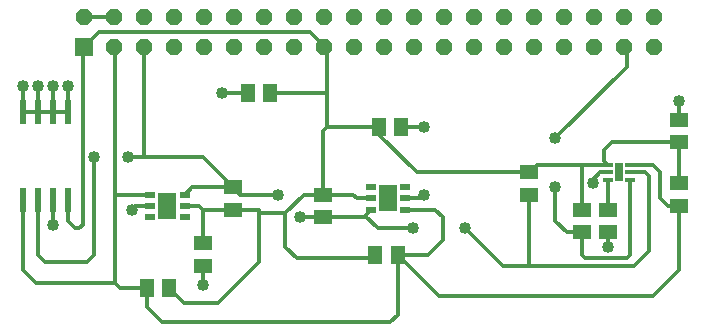
<source format=gtl>
G04 DipTrace 3.0.0.2*
G04 hobo.gtl*
%MOIN*%
G04 #@! TF.FileFunction,Copper,L1,Top*
G04 #@! TF.Part,Single*
%AMOUTLINE0*5,1,8,0,0,0.06,-22.499559*%
G04 #@! TA.AperFunction,Conductor*
%ADD14C,0.012992*%
%ADD17R,0.059055X0.051181*%
%ADD18R,0.051181X0.059055*%
%ADD19R,0.023622X0.07874*%
%ADD21R,0.033465X0.019685*%
%ADD22R,0.062992X0.086614*%
G04 #@! TA.AperFunction,ComponentPad*
%ADD24R,0.06X0.06*%
%ADD28R,0.033465X0.01378*%
%ADD29R,0.025591X0.059055*%
G04 #@! TA.AperFunction,ViaPad*
%ADD30C,0.04*%
G04 #@! TA.AperFunction,ComponentPad*
%ADD59OUTLINE0*%
%FSLAX26Y26*%
G04*
G70*
G90*
G75*
G01*
G04 Top*
%LPD*%
X1118701Y731201D2*
D14*
Y843701D1*
X1106102Y856299D1*
X1057874D1*
X1218701Y843701D2*
X1118701D1*
X1006201Y581201D2*
X1056201Y531201D1*
X1168701D1*
X1306201Y668701D1*
Y833131D1*
Y843701D1*
X1218701D1*
X1518701Y893701D2*
X1618701D1*
X1631201Y881201D1*
X1679429D1*
X1679528Y881102D1*
X1518701Y893701D2*
X1456201D1*
X1393701Y831201D1*
Y718701D1*
X1431201Y681201D1*
X1681201D1*
X1693701Y693701D1*
X668701Y877362D2*
Y806201D1*
X693701Y781201D1*
X706201D1*
X718701Y793701D1*
Y1382480D1*
X723228Y1387008D1*
X1706201Y1118701D2*
X1531201D1*
Y1231201D1*
Y1379035D1*
X1523228Y1387008D1*
X1518701Y893701D2*
Y1106201D1*
X1531201Y1118701D1*
X1523228Y1387008D2*
Y1389173D1*
X1474950Y1437451D1*
X773672D1*
X723228Y1387008D1*
X2468701Y993701D2*
X2381201D1*
X2231398D1*
X2206201Y968504D1*
X2706201Y931004D2*
Y1068701D1*
X2381201Y843504D2*
Y993701D1*
X2206201Y968504D2*
X1831398D1*
X1706201Y1093701D1*
Y1118701D1*
X1306201Y833131D2*
X1393701Y831201D1*
X2706201Y1068701D2*
X2481201D1*
X2456201Y1043701D1*
Y1006201D1*
X2468701Y993701D1*
X1343701Y1231201D2*
X1531201D1*
X723228Y1487008D2*
X823228D1*
X518701Y1168701D2*
X568701D1*
X618701D1*
X668701D1*
X518701D2*
Y1256201D1*
X568701Y1168701D2*
Y1256201D1*
X618701Y1168701D2*
Y1256201D1*
X668701Y1168701D2*
Y1256201D1*
X618701Y877362D2*
Y793701D1*
X1118701Y656398D2*
Y593701D1*
X1793701Y881102D2*
X1843602D1*
X1856201Y893701D1*
X943701Y856299D2*
X893799D1*
X881201Y843701D1*
X1781004Y1118701D2*
X1856201D1*
X2468701Y968110D2*
X2443110D1*
X2418701Y943701D1*
Y931201D1*
X2706201Y1143504D2*
Y1206201D1*
X2468701Y768701D2*
Y718701D1*
X1268898Y1231201D2*
X1181201D1*
X2381201Y768701D2*
Y693701D1*
X2393701Y681201D1*
X2531201D1*
X2543701Y693701D1*
Y942323D1*
X2543504Y942520D1*
X2381201Y768701D2*
X2331201D1*
X2293701Y806201D1*
Y918701D1*
Y1081201D2*
X2531201Y1318701D1*
Y1379035D1*
X2523228Y1387008D1*
X2468701Y843504D2*
Y942520D1*
X1218701Y918504D2*
X1082677D1*
X1057874Y893701D1*
X568701Y877362D2*
Y693701D1*
X593701Y668701D1*
X731201D1*
X756201Y693701D1*
Y1018701D1*
X868701D2*
X923228D1*
X1118504D1*
X1218701Y918504D1*
X923228Y1387008D2*
Y1018701D1*
X1518701Y818898D2*
X1654724D1*
X1659396Y823570D1*
X1679528Y843701D1*
X1518701Y818898D2*
X1443504D1*
X1368701Y893701D2*
X1243504D1*
X1218701Y918504D1*
X2543504Y968110D2*
X2594291D1*
X2606201Y956201D1*
Y706201D1*
X2556201Y656201D1*
X2206201D1*
X2118701D1*
X1993701Y781201D1*
X1818701D2*
X1701765D1*
X1659396Y823570D1*
X2206201Y893701D2*
Y656201D1*
X931398Y581201D2*
X843701D1*
X824950Y599951D1*
Y893701D1*
X943701D1*
X824950D2*
Y1385286D1*
X823228Y1387008D1*
X518701Y877362D2*
Y643701D1*
X562450Y599951D1*
X824950D1*
X1768504Y693701D2*
X1868701D1*
X1918701Y743701D1*
Y818701D1*
X1893701Y843701D1*
X1793701D1*
X1768504Y693701D2*
Y493504D1*
X1743701Y468701D1*
X981201D1*
X931201Y518701D1*
Y581004D1*
X931398Y581201D1*
X2543504Y993701D2*
X2618701D1*
X2643701Y968701D1*
Y881201D1*
X2668701Y856201D1*
X2706201D1*
Y643701D1*
X2618701Y556201D1*
X1906004D1*
X1768504Y693701D1*
D30*
X568701Y1256201D3*
X618701D3*
X668701D3*
X618701Y793701D3*
X1118701Y593701D3*
X1856201Y893701D3*
X881201Y843701D3*
X1856201Y1118701D3*
X2418701Y931201D3*
X2706201Y1206201D3*
X2468701Y718701D3*
X1181201Y1231201D3*
X2293701Y918701D3*
Y1081201D3*
X756201Y1018701D3*
X868701D3*
X1443504Y818898D3*
X1368701Y893701D3*
X1993701Y781201D3*
X1818701D3*
X518701Y1256201D3*
D17*
X1118701Y731201D3*
Y656398D3*
D18*
X1706201Y1118701D3*
X1781004D3*
D17*
X2706201Y1068701D3*
Y1143504D3*
D18*
X1343701Y1231201D3*
X1268898D3*
D19*
X668701Y1168701D3*
X618701D3*
X568701D3*
X518701D3*
Y877362D3*
X568701D3*
X618701D3*
X668701D3*
D21*
X1793701Y843701D3*
Y881102D3*
Y918504D3*
X1679528D3*
Y881102D3*
Y843701D3*
D22*
X1736614Y881102D3*
D24*
X723228Y1387008D3*
D59*
Y1487008D3*
X823228Y1387008D3*
Y1487008D3*
X923228Y1387008D3*
Y1487008D3*
X1023228Y1387008D3*
Y1487008D3*
X1123228Y1387008D3*
Y1487008D3*
X1223228Y1387008D3*
Y1487008D3*
X1323228Y1387008D3*
Y1487008D3*
X1423228Y1387008D3*
Y1487008D3*
X1523228Y1387008D3*
Y1487008D3*
X1623228Y1387008D3*
Y1487008D3*
X1723228Y1387008D3*
Y1487008D3*
X1823228Y1387008D3*
Y1487008D3*
X1923228Y1387008D3*
Y1487008D3*
X2023228Y1387008D3*
Y1487008D3*
X2123228Y1387008D3*
Y1487008D3*
X2223228Y1387008D3*
Y1487008D3*
X2323228Y1387008D3*
Y1487008D3*
X2423228Y1387008D3*
Y1487008D3*
X2523228Y1387008D3*
Y1487008D3*
X2623228Y1387008D3*
Y1487008D3*
D28*
X2468701Y993701D3*
Y968110D3*
Y942520D3*
X2543504D3*
Y968110D3*
Y993701D3*
D29*
X2506102Y968110D3*
D17*
X1218701Y843701D3*
Y918504D3*
D18*
X1006201Y581201D3*
X931398D3*
D17*
X1518701Y893701D3*
Y818898D3*
D18*
X1693701Y693701D3*
X1768504D3*
D17*
X2468701Y768701D3*
Y843504D3*
X2706201Y856201D3*
Y931004D3*
X2206201Y893701D3*
Y968504D3*
X2381201Y768701D3*
Y843504D3*
D21*
X943701Y893701D3*
Y856299D3*
Y818898D3*
X1057874D3*
Y856299D3*
Y893701D3*
D22*
X1000787Y856299D3*
M02*

</source>
